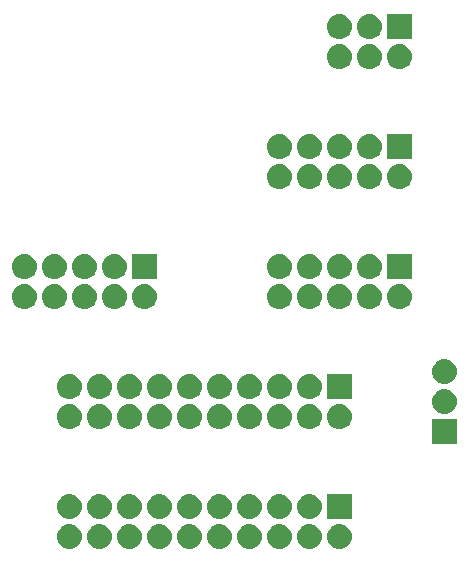
<source format=gbr>
G04 #@! TF.GenerationSoftware,KiCad,Pcbnew,5.0.2-bee76a0~70~ubuntu18.10.1*
G04 #@! TF.CreationDate,2018-12-21T17:56:49+01:00*
G04 #@! TF.ProjectId,jtag_adapter,6a746167-5f61-4646-9170-7465722e6b69,rev?*
G04 #@! TF.SameCoordinates,Original*
G04 #@! TF.FileFunction,Soldermask,Bot*
G04 #@! TF.FilePolarity,Negative*
%FSLAX46Y46*%
G04 Gerber Fmt 4.6, Leading zero omitted, Abs format (unit mm)*
G04 Created by KiCad (PCBNEW 5.0.2-bee76a0~70~ubuntu18.10.1) date Fri 21 Dec 2018 05:56:49 PM CET*
%MOMM*%
%LPD*%
G01*
G04 APERTURE LIST*
%ADD10C,0.100000*%
G04 APERTURE END LIST*
D10*
G36*
X129668707Y-109447596D02*
X129745836Y-109455193D01*
X129877787Y-109495220D01*
X129943763Y-109515233D01*
X130126172Y-109612733D01*
X130286054Y-109743946D01*
X130417267Y-109903828D01*
X130514767Y-110086237D01*
X130514767Y-110086238D01*
X130574807Y-110284164D01*
X130595080Y-110490000D01*
X130574807Y-110695836D01*
X130534780Y-110827787D01*
X130514767Y-110893763D01*
X130417267Y-111076172D01*
X130286054Y-111236054D01*
X130126172Y-111367267D01*
X129943763Y-111464767D01*
X129877787Y-111484780D01*
X129745836Y-111524807D01*
X129668707Y-111532404D01*
X129591580Y-111540000D01*
X129488420Y-111540000D01*
X129411293Y-111532404D01*
X129334164Y-111524807D01*
X129202213Y-111484780D01*
X129136237Y-111464767D01*
X128953828Y-111367267D01*
X128793946Y-111236054D01*
X128662733Y-111076172D01*
X128565233Y-110893763D01*
X128545220Y-110827787D01*
X128505193Y-110695836D01*
X128484920Y-110490000D01*
X128505193Y-110284164D01*
X128565233Y-110086238D01*
X128565233Y-110086237D01*
X128662733Y-109903828D01*
X128793946Y-109743946D01*
X128953828Y-109612733D01*
X129136237Y-109515233D01*
X129202213Y-109495220D01*
X129334164Y-109455193D01*
X129411293Y-109447596D01*
X129488420Y-109440000D01*
X129591580Y-109440000D01*
X129668707Y-109447596D01*
X129668707Y-109447596D01*
G37*
G36*
X132208707Y-109447596D02*
X132285836Y-109455193D01*
X132417787Y-109495220D01*
X132483763Y-109515233D01*
X132666172Y-109612733D01*
X132826054Y-109743946D01*
X132957267Y-109903828D01*
X133054767Y-110086237D01*
X133054767Y-110086238D01*
X133114807Y-110284164D01*
X133135080Y-110490000D01*
X133114807Y-110695836D01*
X133074780Y-110827787D01*
X133054767Y-110893763D01*
X132957267Y-111076172D01*
X132826054Y-111236054D01*
X132666172Y-111367267D01*
X132483763Y-111464767D01*
X132417787Y-111484780D01*
X132285836Y-111524807D01*
X132208707Y-111532404D01*
X132131580Y-111540000D01*
X132028420Y-111540000D01*
X131951293Y-111532404D01*
X131874164Y-111524807D01*
X131742213Y-111484780D01*
X131676237Y-111464767D01*
X131493828Y-111367267D01*
X131333946Y-111236054D01*
X131202733Y-111076172D01*
X131105233Y-110893763D01*
X131085220Y-110827787D01*
X131045193Y-110695836D01*
X131024920Y-110490000D01*
X131045193Y-110284164D01*
X131105233Y-110086238D01*
X131105233Y-110086237D01*
X131202733Y-109903828D01*
X131333946Y-109743946D01*
X131493828Y-109612733D01*
X131676237Y-109515233D01*
X131742213Y-109495220D01*
X131874164Y-109455193D01*
X131951293Y-109447596D01*
X132028420Y-109440000D01*
X132131580Y-109440000D01*
X132208707Y-109447596D01*
X132208707Y-109447596D01*
G37*
G36*
X134748707Y-109447596D02*
X134825836Y-109455193D01*
X134957787Y-109495220D01*
X135023763Y-109515233D01*
X135206172Y-109612733D01*
X135366054Y-109743946D01*
X135497267Y-109903828D01*
X135594767Y-110086237D01*
X135594767Y-110086238D01*
X135654807Y-110284164D01*
X135675080Y-110490000D01*
X135654807Y-110695836D01*
X135614780Y-110827787D01*
X135594767Y-110893763D01*
X135497267Y-111076172D01*
X135366054Y-111236054D01*
X135206172Y-111367267D01*
X135023763Y-111464767D01*
X134957787Y-111484780D01*
X134825836Y-111524807D01*
X134748707Y-111532404D01*
X134671580Y-111540000D01*
X134568420Y-111540000D01*
X134491293Y-111532404D01*
X134414164Y-111524807D01*
X134282213Y-111484780D01*
X134216237Y-111464767D01*
X134033828Y-111367267D01*
X133873946Y-111236054D01*
X133742733Y-111076172D01*
X133645233Y-110893763D01*
X133625220Y-110827787D01*
X133585193Y-110695836D01*
X133564920Y-110490000D01*
X133585193Y-110284164D01*
X133645233Y-110086238D01*
X133645233Y-110086237D01*
X133742733Y-109903828D01*
X133873946Y-109743946D01*
X134033828Y-109612733D01*
X134216237Y-109515233D01*
X134282213Y-109495220D01*
X134414164Y-109455193D01*
X134491293Y-109447596D01*
X134568420Y-109440000D01*
X134671580Y-109440000D01*
X134748707Y-109447596D01*
X134748707Y-109447596D01*
G37*
G36*
X137288707Y-109447596D02*
X137365836Y-109455193D01*
X137497787Y-109495220D01*
X137563763Y-109515233D01*
X137746172Y-109612733D01*
X137906054Y-109743946D01*
X138037267Y-109903828D01*
X138134767Y-110086237D01*
X138134767Y-110086238D01*
X138194807Y-110284164D01*
X138215080Y-110490000D01*
X138194807Y-110695836D01*
X138154780Y-110827787D01*
X138134767Y-110893763D01*
X138037267Y-111076172D01*
X137906054Y-111236054D01*
X137746172Y-111367267D01*
X137563763Y-111464767D01*
X137497787Y-111484780D01*
X137365836Y-111524807D01*
X137288707Y-111532404D01*
X137211580Y-111540000D01*
X137108420Y-111540000D01*
X137031293Y-111532404D01*
X136954164Y-111524807D01*
X136822213Y-111484780D01*
X136756237Y-111464767D01*
X136573828Y-111367267D01*
X136413946Y-111236054D01*
X136282733Y-111076172D01*
X136185233Y-110893763D01*
X136165220Y-110827787D01*
X136125193Y-110695836D01*
X136104920Y-110490000D01*
X136125193Y-110284164D01*
X136185233Y-110086238D01*
X136185233Y-110086237D01*
X136282733Y-109903828D01*
X136413946Y-109743946D01*
X136573828Y-109612733D01*
X136756237Y-109515233D01*
X136822213Y-109495220D01*
X136954164Y-109455193D01*
X137031293Y-109447596D01*
X137108420Y-109440000D01*
X137211580Y-109440000D01*
X137288707Y-109447596D01*
X137288707Y-109447596D01*
G37*
G36*
X139828707Y-109447596D02*
X139905836Y-109455193D01*
X140037787Y-109495220D01*
X140103763Y-109515233D01*
X140286172Y-109612733D01*
X140446054Y-109743946D01*
X140577267Y-109903828D01*
X140674767Y-110086237D01*
X140674767Y-110086238D01*
X140734807Y-110284164D01*
X140755080Y-110490000D01*
X140734807Y-110695836D01*
X140694780Y-110827787D01*
X140674767Y-110893763D01*
X140577267Y-111076172D01*
X140446054Y-111236054D01*
X140286172Y-111367267D01*
X140103763Y-111464767D01*
X140037787Y-111484780D01*
X139905836Y-111524807D01*
X139828707Y-111532404D01*
X139751580Y-111540000D01*
X139648420Y-111540000D01*
X139571293Y-111532404D01*
X139494164Y-111524807D01*
X139362213Y-111484780D01*
X139296237Y-111464767D01*
X139113828Y-111367267D01*
X138953946Y-111236054D01*
X138822733Y-111076172D01*
X138725233Y-110893763D01*
X138705220Y-110827787D01*
X138665193Y-110695836D01*
X138644920Y-110490000D01*
X138665193Y-110284164D01*
X138725233Y-110086238D01*
X138725233Y-110086237D01*
X138822733Y-109903828D01*
X138953946Y-109743946D01*
X139113828Y-109612733D01*
X139296237Y-109515233D01*
X139362213Y-109495220D01*
X139494164Y-109455193D01*
X139571293Y-109447596D01*
X139648420Y-109440000D01*
X139751580Y-109440000D01*
X139828707Y-109447596D01*
X139828707Y-109447596D01*
G37*
G36*
X142368707Y-109447596D02*
X142445836Y-109455193D01*
X142577787Y-109495220D01*
X142643763Y-109515233D01*
X142826172Y-109612733D01*
X142986054Y-109743946D01*
X143117267Y-109903828D01*
X143214767Y-110086237D01*
X143214767Y-110086238D01*
X143274807Y-110284164D01*
X143295080Y-110490000D01*
X143274807Y-110695836D01*
X143234780Y-110827787D01*
X143214767Y-110893763D01*
X143117267Y-111076172D01*
X142986054Y-111236054D01*
X142826172Y-111367267D01*
X142643763Y-111464767D01*
X142577787Y-111484780D01*
X142445836Y-111524807D01*
X142368707Y-111532404D01*
X142291580Y-111540000D01*
X142188420Y-111540000D01*
X142111293Y-111532404D01*
X142034164Y-111524807D01*
X141902213Y-111484780D01*
X141836237Y-111464767D01*
X141653828Y-111367267D01*
X141493946Y-111236054D01*
X141362733Y-111076172D01*
X141265233Y-110893763D01*
X141245220Y-110827787D01*
X141205193Y-110695836D01*
X141184920Y-110490000D01*
X141205193Y-110284164D01*
X141265233Y-110086238D01*
X141265233Y-110086237D01*
X141362733Y-109903828D01*
X141493946Y-109743946D01*
X141653828Y-109612733D01*
X141836237Y-109515233D01*
X141902213Y-109495220D01*
X142034164Y-109455193D01*
X142111293Y-109447596D01*
X142188420Y-109440000D01*
X142291580Y-109440000D01*
X142368707Y-109447596D01*
X142368707Y-109447596D01*
G37*
G36*
X144908707Y-109447596D02*
X144985836Y-109455193D01*
X145117787Y-109495220D01*
X145183763Y-109515233D01*
X145366172Y-109612733D01*
X145526054Y-109743946D01*
X145657267Y-109903828D01*
X145754767Y-110086237D01*
X145754767Y-110086238D01*
X145814807Y-110284164D01*
X145835080Y-110490000D01*
X145814807Y-110695836D01*
X145774780Y-110827787D01*
X145754767Y-110893763D01*
X145657267Y-111076172D01*
X145526054Y-111236054D01*
X145366172Y-111367267D01*
X145183763Y-111464767D01*
X145117787Y-111484780D01*
X144985836Y-111524807D01*
X144908707Y-111532404D01*
X144831580Y-111540000D01*
X144728420Y-111540000D01*
X144651293Y-111532404D01*
X144574164Y-111524807D01*
X144442213Y-111484780D01*
X144376237Y-111464767D01*
X144193828Y-111367267D01*
X144033946Y-111236054D01*
X143902733Y-111076172D01*
X143805233Y-110893763D01*
X143785220Y-110827787D01*
X143745193Y-110695836D01*
X143724920Y-110490000D01*
X143745193Y-110284164D01*
X143805233Y-110086238D01*
X143805233Y-110086237D01*
X143902733Y-109903828D01*
X144033946Y-109743946D01*
X144193828Y-109612733D01*
X144376237Y-109515233D01*
X144442213Y-109495220D01*
X144574164Y-109455193D01*
X144651293Y-109447596D01*
X144728420Y-109440000D01*
X144831580Y-109440000D01*
X144908707Y-109447596D01*
X144908707Y-109447596D01*
G37*
G36*
X147448707Y-109447596D02*
X147525836Y-109455193D01*
X147657787Y-109495220D01*
X147723763Y-109515233D01*
X147906172Y-109612733D01*
X148066054Y-109743946D01*
X148197267Y-109903828D01*
X148294767Y-110086237D01*
X148294767Y-110086238D01*
X148354807Y-110284164D01*
X148375080Y-110490000D01*
X148354807Y-110695836D01*
X148314780Y-110827787D01*
X148294767Y-110893763D01*
X148197267Y-111076172D01*
X148066054Y-111236054D01*
X147906172Y-111367267D01*
X147723763Y-111464767D01*
X147657787Y-111484780D01*
X147525836Y-111524807D01*
X147448707Y-111532404D01*
X147371580Y-111540000D01*
X147268420Y-111540000D01*
X147191293Y-111532404D01*
X147114164Y-111524807D01*
X146982213Y-111484780D01*
X146916237Y-111464767D01*
X146733828Y-111367267D01*
X146573946Y-111236054D01*
X146442733Y-111076172D01*
X146345233Y-110893763D01*
X146325220Y-110827787D01*
X146285193Y-110695836D01*
X146264920Y-110490000D01*
X146285193Y-110284164D01*
X146345233Y-110086238D01*
X146345233Y-110086237D01*
X146442733Y-109903828D01*
X146573946Y-109743946D01*
X146733828Y-109612733D01*
X146916237Y-109515233D01*
X146982213Y-109495220D01*
X147114164Y-109455193D01*
X147191293Y-109447596D01*
X147268420Y-109440000D01*
X147371580Y-109440000D01*
X147448707Y-109447596D01*
X147448707Y-109447596D01*
G37*
G36*
X152528707Y-109447596D02*
X152605836Y-109455193D01*
X152737787Y-109495220D01*
X152803763Y-109515233D01*
X152986172Y-109612733D01*
X153146054Y-109743946D01*
X153277267Y-109903828D01*
X153374767Y-110086237D01*
X153374767Y-110086238D01*
X153434807Y-110284164D01*
X153455080Y-110490000D01*
X153434807Y-110695836D01*
X153394780Y-110827787D01*
X153374767Y-110893763D01*
X153277267Y-111076172D01*
X153146054Y-111236054D01*
X152986172Y-111367267D01*
X152803763Y-111464767D01*
X152737787Y-111484780D01*
X152605836Y-111524807D01*
X152528707Y-111532404D01*
X152451580Y-111540000D01*
X152348420Y-111540000D01*
X152271293Y-111532404D01*
X152194164Y-111524807D01*
X152062213Y-111484780D01*
X151996237Y-111464767D01*
X151813828Y-111367267D01*
X151653946Y-111236054D01*
X151522733Y-111076172D01*
X151425233Y-110893763D01*
X151405220Y-110827787D01*
X151365193Y-110695836D01*
X151344920Y-110490000D01*
X151365193Y-110284164D01*
X151425233Y-110086238D01*
X151425233Y-110086237D01*
X151522733Y-109903828D01*
X151653946Y-109743946D01*
X151813828Y-109612733D01*
X151996237Y-109515233D01*
X152062213Y-109495220D01*
X152194164Y-109455193D01*
X152271293Y-109447596D01*
X152348420Y-109440000D01*
X152451580Y-109440000D01*
X152528707Y-109447596D01*
X152528707Y-109447596D01*
G37*
G36*
X149988707Y-109447596D02*
X150065836Y-109455193D01*
X150197787Y-109495220D01*
X150263763Y-109515233D01*
X150446172Y-109612733D01*
X150606054Y-109743946D01*
X150737267Y-109903828D01*
X150834767Y-110086237D01*
X150834767Y-110086238D01*
X150894807Y-110284164D01*
X150915080Y-110490000D01*
X150894807Y-110695836D01*
X150854780Y-110827787D01*
X150834767Y-110893763D01*
X150737267Y-111076172D01*
X150606054Y-111236054D01*
X150446172Y-111367267D01*
X150263763Y-111464767D01*
X150197787Y-111484780D01*
X150065836Y-111524807D01*
X149988707Y-111532404D01*
X149911580Y-111540000D01*
X149808420Y-111540000D01*
X149731293Y-111532404D01*
X149654164Y-111524807D01*
X149522213Y-111484780D01*
X149456237Y-111464767D01*
X149273828Y-111367267D01*
X149113946Y-111236054D01*
X148982733Y-111076172D01*
X148885233Y-110893763D01*
X148865220Y-110827787D01*
X148825193Y-110695836D01*
X148804920Y-110490000D01*
X148825193Y-110284164D01*
X148885233Y-110086238D01*
X148885233Y-110086237D01*
X148982733Y-109903828D01*
X149113946Y-109743946D01*
X149273828Y-109612733D01*
X149456237Y-109515233D01*
X149522213Y-109495220D01*
X149654164Y-109455193D01*
X149731293Y-109447596D01*
X149808420Y-109440000D01*
X149911580Y-109440000D01*
X149988707Y-109447596D01*
X149988707Y-109447596D01*
G37*
G36*
X132208707Y-106907596D02*
X132285836Y-106915193D01*
X132417787Y-106955220D01*
X132483763Y-106975233D01*
X132666172Y-107072733D01*
X132826054Y-107203946D01*
X132957267Y-107363828D01*
X133054767Y-107546237D01*
X133054767Y-107546238D01*
X133114807Y-107744164D01*
X133135080Y-107950000D01*
X133114807Y-108155836D01*
X133074780Y-108287787D01*
X133054767Y-108353763D01*
X132957267Y-108536172D01*
X132826054Y-108696054D01*
X132666172Y-108827267D01*
X132483763Y-108924767D01*
X132417787Y-108944780D01*
X132285836Y-108984807D01*
X132208707Y-108992403D01*
X132131580Y-109000000D01*
X132028420Y-109000000D01*
X131951293Y-108992403D01*
X131874164Y-108984807D01*
X131742213Y-108944780D01*
X131676237Y-108924767D01*
X131493828Y-108827267D01*
X131333946Y-108696054D01*
X131202733Y-108536172D01*
X131105233Y-108353763D01*
X131085220Y-108287787D01*
X131045193Y-108155836D01*
X131024920Y-107950000D01*
X131045193Y-107744164D01*
X131105233Y-107546238D01*
X131105233Y-107546237D01*
X131202733Y-107363828D01*
X131333946Y-107203946D01*
X131493828Y-107072733D01*
X131676237Y-106975233D01*
X131742213Y-106955220D01*
X131874164Y-106915193D01*
X131951293Y-106907596D01*
X132028420Y-106900000D01*
X132131580Y-106900000D01*
X132208707Y-106907596D01*
X132208707Y-106907596D01*
G37*
G36*
X129668707Y-106907596D02*
X129745836Y-106915193D01*
X129877787Y-106955220D01*
X129943763Y-106975233D01*
X130126172Y-107072733D01*
X130286054Y-107203946D01*
X130417267Y-107363828D01*
X130514767Y-107546237D01*
X130514767Y-107546238D01*
X130574807Y-107744164D01*
X130595080Y-107950000D01*
X130574807Y-108155836D01*
X130534780Y-108287787D01*
X130514767Y-108353763D01*
X130417267Y-108536172D01*
X130286054Y-108696054D01*
X130126172Y-108827267D01*
X129943763Y-108924767D01*
X129877787Y-108944780D01*
X129745836Y-108984807D01*
X129668707Y-108992403D01*
X129591580Y-109000000D01*
X129488420Y-109000000D01*
X129411293Y-108992403D01*
X129334164Y-108984807D01*
X129202213Y-108944780D01*
X129136237Y-108924767D01*
X128953828Y-108827267D01*
X128793946Y-108696054D01*
X128662733Y-108536172D01*
X128565233Y-108353763D01*
X128545220Y-108287787D01*
X128505193Y-108155836D01*
X128484920Y-107950000D01*
X128505193Y-107744164D01*
X128565233Y-107546238D01*
X128565233Y-107546237D01*
X128662733Y-107363828D01*
X128793946Y-107203946D01*
X128953828Y-107072733D01*
X129136237Y-106975233D01*
X129202213Y-106955220D01*
X129334164Y-106915193D01*
X129411293Y-106907596D01*
X129488420Y-106900000D01*
X129591580Y-106900000D01*
X129668707Y-106907596D01*
X129668707Y-106907596D01*
G37*
G36*
X134748707Y-106907596D02*
X134825836Y-106915193D01*
X134957787Y-106955220D01*
X135023763Y-106975233D01*
X135206172Y-107072733D01*
X135366054Y-107203946D01*
X135497267Y-107363828D01*
X135594767Y-107546237D01*
X135594767Y-107546238D01*
X135654807Y-107744164D01*
X135675080Y-107950000D01*
X135654807Y-108155836D01*
X135614780Y-108287787D01*
X135594767Y-108353763D01*
X135497267Y-108536172D01*
X135366054Y-108696054D01*
X135206172Y-108827267D01*
X135023763Y-108924767D01*
X134957787Y-108944780D01*
X134825836Y-108984807D01*
X134748707Y-108992403D01*
X134671580Y-109000000D01*
X134568420Y-109000000D01*
X134491293Y-108992403D01*
X134414164Y-108984807D01*
X134282213Y-108944780D01*
X134216237Y-108924767D01*
X134033828Y-108827267D01*
X133873946Y-108696054D01*
X133742733Y-108536172D01*
X133645233Y-108353763D01*
X133625220Y-108287787D01*
X133585193Y-108155836D01*
X133564920Y-107950000D01*
X133585193Y-107744164D01*
X133645233Y-107546238D01*
X133645233Y-107546237D01*
X133742733Y-107363828D01*
X133873946Y-107203946D01*
X134033828Y-107072733D01*
X134216237Y-106975233D01*
X134282213Y-106955220D01*
X134414164Y-106915193D01*
X134491293Y-106907596D01*
X134568420Y-106900000D01*
X134671580Y-106900000D01*
X134748707Y-106907596D01*
X134748707Y-106907596D01*
G37*
G36*
X137288707Y-106907596D02*
X137365836Y-106915193D01*
X137497787Y-106955220D01*
X137563763Y-106975233D01*
X137746172Y-107072733D01*
X137906054Y-107203946D01*
X138037267Y-107363828D01*
X138134767Y-107546237D01*
X138134767Y-107546238D01*
X138194807Y-107744164D01*
X138215080Y-107950000D01*
X138194807Y-108155836D01*
X138154780Y-108287787D01*
X138134767Y-108353763D01*
X138037267Y-108536172D01*
X137906054Y-108696054D01*
X137746172Y-108827267D01*
X137563763Y-108924767D01*
X137497787Y-108944780D01*
X137365836Y-108984807D01*
X137288707Y-108992403D01*
X137211580Y-109000000D01*
X137108420Y-109000000D01*
X137031293Y-108992403D01*
X136954164Y-108984807D01*
X136822213Y-108944780D01*
X136756237Y-108924767D01*
X136573828Y-108827267D01*
X136413946Y-108696054D01*
X136282733Y-108536172D01*
X136185233Y-108353763D01*
X136165220Y-108287787D01*
X136125193Y-108155836D01*
X136104920Y-107950000D01*
X136125193Y-107744164D01*
X136185233Y-107546238D01*
X136185233Y-107546237D01*
X136282733Y-107363828D01*
X136413946Y-107203946D01*
X136573828Y-107072733D01*
X136756237Y-106975233D01*
X136822213Y-106955220D01*
X136954164Y-106915193D01*
X137031293Y-106907596D01*
X137108420Y-106900000D01*
X137211580Y-106900000D01*
X137288707Y-106907596D01*
X137288707Y-106907596D01*
G37*
G36*
X139828707Y-106907596D02*
X139905836Y-106915193D01*
X140037787Y-106955220D01*
X140103763Y-106975233D01*
X140286172Y-107072733D01*
X140446054Y-107203946D01*
X140577267Y-107363828D01*
X140674767Y-107546237D01*
X140674767Y-107546238D01*
X140734807Y-107744164D01*
X140755080Y-107950000D01*
X140734807Y-108155836D01*
X140694780Y-108287787D01*
X140674767Y-108353763D01*
X140577267Y-108536172D01*
X140446054Y-108696054D01*
X140286172Y-108827267D01*
X140103763Y-108924767D01*
X140037787Y-108944780D01*
X139905836Y-108984807D01*
X139828707Y-108992403D01*
X139751580Y-109000000D01*
X139648420Y-109000000D01*
X139571293Y-108992403D01*
X139494164Y-108984807D01*
X139362213Y-108944780D01*
X139296237Y-108924767D01*
X139113828Y-108827267D01*
X138953946Y-108696054D01*
X138822733Y-108536172D01*
X138725233Y-108353763D01*
X138705220Y-108287787D01*
X138665193Y-108155836D01*
X138644920Y-107950000D01*
X138665193Y-107744164D01*
X138725233Y-107546238D01*
X138725233Y-107546237D01*
X138822733Y-107363828D01*
X138953946Y-107203946D01*
X139113828Y-107072733D01*
X139296237Y-106975233D01*
X139362213Y-106955220D01*
X139494164Y-106915193D01*
X139571293Y-106907596D01*
X139648420Y-106900000D01*
X139751580Y-106900000D01*
X139828707Y-106907596D01*
X139828707Y-106907596D01*
G37*
G36*
X144908707Y-106907596D02*
X144985836Y-106915193D01*
X145117787Y-106955220D01*
X145183763Y-106975233D01*
X145366172Y-107072733D01*
X145526054Y-107203946D01*
X145657267Y-107363828D01*
X145754767Y-107546237D01*
X145754767Y-107546238D01*
X145814807Y-107744164D01*
X145835080Y-107950000D01*
X145814807Y-108155836D01*
X145774780Y-108287787D01*
X145754767Y-108353763D01*
X145657267Y-108536172D01*
X145526054Y-108696054D01*
X145366172Y-108827267D01*
X145183763Y-108924767D01*
X145117787Y-108944780D01*
X144985836Y-108984807D01*
X144908707Y-108992403D01*
X144831580Y-109000000D01*
X144728420Y-109000000D01*
X144651293Y-108992403D01*
X144574164Y-108984807D01*
X144442213Y-108944780D01*
X144376237Y-108924767D01*
X144193828Y-108827267D01*
X144033946Y-108696054D01*
X143902733Y-108536172D01*
X143805233Y-108353763D01*
X143785220Y-108287787D01*
X143745193Y-108155836D01*
X143724920Y-107950000D01*
X143745193Y-107744164D01*
X143805233Y-107546238D01*
X143805233Y-107546237D01*
X143902733Y-107363828D01*
X144033946Y-107203946D01*
X144193828Y-107072733D01*
X144376237Y-106975233D01*
X144442213Y-106955220D01*
X144574164Y-106915193D01*
X144651293Y-106907596D01*
X144728420Y-106900000D01*
X144831580Y-106900000D01*
X144908707Y-106907596D01*
X144908707Y-106907596D01*
G37*
G36*
X149988707Y-106907596D02*
X150065836Y-106915193D01*
X150197787Y-106955220D01*
X150263763Y-106975233D01*
X150446172Y-107072733D01*
X150606054Y-107203946D01*
X150737267Y-107363828D01*
X150834767Y-107546237D01*
X150834767Y-107546238D01*
X150894807Y-107744164D01*
X150915080Y-107950000D01*
X150894807Y-108155836D01*
X150854780Y-108287787D01*
X150834767Y-108353763D01*
X150737267Y-108536172D01*
X150606054Y-108696054D01*
X150446172Y-108827267D01*
X150263763Y-108924767D01*
X150197787Y-108944780D01*
X150065836Y-108984807D01*
X149988707Y-108992403D01*
X149911580Y-109000000D01*
X149808420Y-109000000D01*
X149731293Y-108992403D01*
X149654164Y-108984807D01*
X149522213Y-108944780D01*
X149456237Y-108924767D01*
X149273828Y-108827267D01*
X149113946Y-108696054D01*
X148982733Y-108536172D01*
X148885233Y-108353763D01*
X148865220Y-108287787D01*
X148825193Y-108155836D01*
X148804920Y-107950000D01*
X148825193Y-107744164D01*
X148885233Y-107546238D01*
X148885233Y-107546237D01*
X148982733Y-107363828D01*
X149113946Y-107203946D01*
X149273828Y-107072733D01*
X149456237Y-106975233D01*
X149522213Y-106955220D01*
X149654164Y-106915193D01*
X149731293Y-106907596D01*
X149808420Y-106900000D01*
X149911580Y-106900000D01*
X149988707Y-106907596D01*
X149988707Y-106907596D01*
G37*
G36*
X153450000Y-109000000D02*
X151350000Y-109000000D01*
X151350000Y-106900000D01*
X153450000Y-106900000D01*
X153450000Y-109000000D01*
X153450000Y-109000000D01*
G37*
G36*
X147448707Y-106907596D02*
X147525836Y-106915193D01*
X147657787Y-106955220D01*
X147723763Y-106975233D01*
X147906172Y-107072733D01*
X148066054Y-107203946D01*
X148197267Y-107363828D01*
X148294767Y-107546237D01*
X148294767Y-107546238D01*
X148354807Y-107744164D01*
X148375080Y-107950000D01*
X148354807Y-108155836D01*
X148314780Y-108287787D01*
X148294767Y-108353763D01*
X148197267Y-108536172D01*
X148066054Y-108696054D01*
X147906172Y-108827267D01*
X147723763Y-108924767D01*
X147657787Y-108944780D01*
X147525836Y-108984807D01*
X147448707Y-108992403D01*
X147371580Y-109000000D01*
X147268420Y-109000000D01*
X147191293Y-108992403D01*
X147114164Y-108984807D01*
X146982213Y-108944780D01*
X146916237Y-108924767D01*
X146733828Y-108827267D01*
X146573946Y-108696054D01*
X146442733Y-108536172D01*
X146345233Y-108353763D01*
X146325220Y-108287787D01*
X146285193Y-108155836D01*
X146264920Y-107950000D01*
X146285193Y-107744164D01*
X146345233Y-107546238D01*
X146345233Y-107546237D01*
X146442733Y-107363828D01*
X146573946Y-107203946D01*
X146733828Y-107072733D01*
X146916237Y-106975233D01*
X146982213Y-106955220D01*
X147114164Y-106915193D01*
X147191293Y-106907596D01*
X147268420Y-106900000D01*
X147371580Y-106900000D01*
X147448707Y-106907596D01*
X147448707Y-106907596D01*
G37*
G36*
X142368707Y-106907596D02*
X142445836Y-106915193D01*
X142577787Y-106955220D01*
X142643763Y-106975233D01*
X142826172Y-107072733D01*
X142986054Y-107203946D01*
X143117267Y-107363828D01*
X143214767Y-107546237D01*
X143214767Y-107546238D01*
X143274807Y-107744164D01*
X143295080Y-107950000D01*
X143274807Y-108155836D01*
X143234780Y-108287787D01*
X143214767Y-108353763D01*
X143117267Y-108536172D01*
X142986054Y-108696054D01*
X142826172Y-108827267D01*
X142643763Y-108924767D01*
X142577787Y-108944780D01*
X142445836Y-108984807D01*
X142368707Y-108992403D01*
X142291580Y-109000000D01*
X142188420Y-109000000D01*
X142111293Y-108992403D01*
X142034164Y-108984807D01*
X141902213Y-108944780D01*
X141836237Y-108924767D01*
X141653828Y-108827267D01*
X141493946Y-108696054D01*
X141362733Y-108536172D01*
X141265233Y-108353763D01*
X141245220Y-108287787D01*
X141205193Y-108155836D01*
X141184920Y-107950000D01*
X141205193Y-107744164D01*
X141265233Y-107546238D01*
X141265233Y-107546237D01*
X141362733Y-107363828D01*
X141493946Y-107203946D01*
X141653828Y-107072733D01*
X141836237Y-106975233D01*
X141902213Y-106955220D01*
X142034164Y-106915193D01*
X142111293Y-106907596D01*
X142188420Y-106900000D01*
X142291580Y-106900000D01*
X142368707Y-106907596D01*
X142368707Y-106907596D01*
G37*
G36*
X162340000Y-102650000D02*
X160240000Y-102650000D01*
X160240000Y-100550000D01*
X162340000Y-100550000D01*
X162340000Y-102650000D01*
X162340000Y-102650000D01*
G37*
G36*
X152608503Y-99281789D02*
X152808991Y-99342607D01*
X152993764Y-99441369D01*
X153155718Y-99574282D01*
X153288631Y-99736236D01*
X153387393Y-99921009D01*
X153448211Y-100121497D01*
X153468746Y-100330000D01*
X153448211Y-100538503D01*
X153387393Y-100738991D01*
X153288631Y-100923764D01*
X153155718Y-101085718D01*
X152993764Y-101218631D01*
X152808991Y-101317393D01*
X152608503Y-101378211D01*
X152452251Y-101393600D01*
X152347749Y-101393600D01*
X152191497Y-101378211D01*
X151991009Y-101317393D01*
X151806236Y-101218631D01*
X151644282Y-101085718D01*
X151511369Y-100923764D01*
X151412607Y-100738991D01*
X151351789Y-100538503D01*
X151331254Y-100330000D01*
X151351789Y-100121497D01*
X151412607Y-99921009D01*
X151511369Y-99736236D01*
X151644282Y-99574282D01*
X151806236Y-99441369D01*
X151991009Y-99342607D01*
X152191497Y-99281789D01*
X152347749Y-99266400D01*
X152452251Y-99266400D01*
X152608503Y-99281789D01*
X152608503Y-99281789D01*
G37*
G36*
X129748503Y-99281789D02*
X129948991Y-99342607D01*
X130133764Y-99441369D01*
X130295718Y-99574282D01*
X130428631Y-99736236D01*
X130527393Y-99921009D01*
X130588211Y-100121497D01*
X130608746Y-100330000D01*
X130588211Y-100538503D01*
X130527393Y-100738991D01*
X130428631Y-100923764D01*
X130295718Y-101085718D01*
X130133764Y-101218631D01*
X129948991Y-101317393D01*
X129748503Y-101378211D01*
X129592251Y-101393600D01*
X129487749Y-101393600D01*
X129331497Y-101378211D01*
X129131009Y-101317393D01*
X128946236Y-101218631D01*
X128784282Y-101085718D01*
X128651369Y-100923764D01*
X128552607Y-100738991D01*
X128491789Y-100538503D01*
X128471254Y-100330000D01*
X128491789Y-100121497D01*
X128552607Y-99921009D01*
X128651369Y-99736236D01*
X128784282Y-99574282D01*
X128946236Y-99441369D01*
X129131009Y-99342607D01*
X129331497Y-99281789D01*
X129487749Y-99266400D01*
X129592251Y-99266400D01*
X129748503Y-99281789D01*
X129748503Y-99281789D01*
G37*
G36*
X132288503Y-99281789D02*
X132488991Y-99342607D01*
X132673764Y-99441369D01*
X132835718Y-99574282D01*
X132968631Y-99736236D01*
X133067393Y-99921009D01*
X133128211Y-100121497D01*
X133148746Y-100330000D01*
X133128211Y-100538503D01*
X133067393Y-100738991D01*
X132968631Y-100923764D01*
X132835718Y-101085718D01*
X132673764Y-101218631D01*
X132488991Y-101317393D01*
X132288503Y-101378211D01*
X132132251Y-101393600D01*
X132027749Y-101393600D01*
X131871497Y-101378211D01*
X131671009Y-101317393D01*
X131486236Y-101218631D01*
X131324282Y-101085718D01*
X131191369Y-100923764D01*
X131092607Y-100738991D01*
X131031789Y-100538503D01*
X131011254Y-100330000D01*
X131031789Y-100121497D01*
X131092607Y-99921009D01*
X131191369Y-99736236D01*
X131324282Y-99574282D01*
X131486236Y-99441369D01*
X131671009Y-99342607D01*
X131871497Y-99281789D01*
X132027749Y-99266400D01*
X132132251Y-99266400D01*
X132288503Y-99281789D01*
X132288503Y-99281789D01*
G37*
G36*
X134828503Y-99281789D02*
X135028991Y-99342607D01*
X135213764Y-99441369D01*
X135375718Y-99574282D01*
X135508631Y-99736236D01*
X135607393Y-99921009D01*
X135668211Y-100121497D01*
X135688746Y-100330000D01*
X135668211Y-100538503D01*
X135607393Y-100738991D01*
X135508631Y-100923764D01*
X135375718Y-101085718D01*
X135213764Y-101218631D01*
X135028991Y-101317393D01*
X134828503Y-101378211D01*
X134672251Y-101393600D01*
X134567749Y-101393600D01*
X134411497Y-101378211D01*
X134211009Y-101317393D01*
X134026236Y-101218631D01*
X133864282Y-101085718D01*
X133731369Y-100923764D01*
X133632607Y-100738991D01*
X133571789Y-100538503D01*
X133551254Y-100330000D01*
X133571789Y-100121497D01*
X133632607Y-99921009D01*
X133731369Y-99736236D01*
X133864282Y-99574282D01*
X134026236Y-99441369D01*
X134211009Y-99342607D01*
X134411497Y-99281789D01*
X134567749Y-99266400D01*
X134672251Y-99266400D01*
X134828503Y-99281789D01*
X134828503Y-99281789D01*
G37*
G36*
X137368503Y-99281789D02*
X137568991Y-99342607D01*
X137753764Y-99441369D01*
X137915718Y-99574282D01*
X138048631Y-99736236D01*
X138147393Y-99921009D01*
X138208211Y-100121497D01*
X138228746Y-100330000D01*
X138208211Y-100538503D01*
X138147393Y-100738991D01*
X138048631Y-100923764D01*
X137915718Y-101085718D01*
X137753764Y-101218631D01*
X137568991Y-101317393D01*
X137368503Y-101378211D01*
X137212251Y-101393600D01*
X137107749Y-101393600D01*
X136951497Y-101378211D01*
X136751009Y-101317393D01*
X136566236Y-101218631D01*
X136404282Y-101085718D01*
X136271369Y-100923764D01*
X136172607Y-100738991D01*
X136111789Y-100538503D01*
X136091254Y-100330000D01*
X136111789Y-100121497D01*
X136172607Y-99921009D01*
X136271369Y-99736236D01*
X136404282Y-99574282D01*
X136566236Y-99441369D01*
X136751009Y-99342607D01*
X136951497Y-99281789D01*
X137107749Y-99266400D01*
X137212251Y-99266400D01*
X137368503Y-99281789D01*
X137368503Y-99281789D01*
G37*
G36*
X139908503Y-99281789D02*
X140108991Y-99342607D01*
X140293764Y-99441369D01*
X140455718Y-99574282D01*
X140588631Y-99736236D01*
X140687393Y-99921009D01*
X140748211Y-100121497D01*
X140768746Y-100330000D01*
X140748211Y-100538503D01*
X140687393Y-100738991D01*
X140588631Y-100923764D01*
X140455718Y-101085718D01*
X140293764Y-101218631D01*
X140108991Y-101317393D01*
X139908503Y-101378211D01*
X139752251Y-101393600D01*
X139647749Y-101393600D01*
X139491497Y-101378211D01*
X139291009Y-101317393D01*
X139106236Y-101218631D01*
X138944282Y-101085718D01*
X138811369Y-100923764D01*
X138712607Y-100738991D01*
X138651789Y-100538503D01*
X138631254Y-100330000D01*
X138651789Y-100121497D01*
X138712607Y-99921009D01*
X138811369Y-99736236D01*
X138944282Y-99574282D01*
X139106236Y-99441369D01*
X139291009Y-99342607D01*
X139491497Y-99281789D01*
X139647749Y-99266400D01*
X139752251Y-99266400D01*
X139908503Y-99281789D01*
X139908503Y-99281789D01*
G37*
G36*
X142448503Y-99281789D02*
X142648991Y-99342607D01*
X142833764Y-99441369D01*
X142995718Y-99574282D01*
X143128631Y-99736236D01*
X143227393Y-99921009D01*
X143288211Y-100121497D01*
X143308746Y-100330000D01*
X143288211Y-100538503D01*
X143227393Y-100738991D01*
X143128631Y-100923764D01*
X142995718Y-101085718D01*
X142833764Y-101218631D01*
X142648991Y-101317393D01*
X142448503Y-101378211D01*
X142292251Y-101393600D01*
X142187749Y-101393600D01*
X142031497Y-101378211D01*
X141831009Y-101317393D01*
X141646236Y-101218631D01*
X141484282Y-101085718D01*
X141351369Y-100923764D01*
X141252607Y-100738991D01*
X141191789Y-100538503D01*
X141171254Y-100330000D01*
X141191789Y-100121497D01*
X141252607Y-99921009D01*
X141351369Y-99736236D01*
X141484282Y-99574282D01*
X141646236Y-99441369D01*
X141831009Y-99342607D01*
X142031497Y-99281789D01*
X142187749Y-99266400D01*
X142292251Y-99266400D01*
X142448503Y-99281789D01*
X142448503Y-99281789D01*
G37*
G36*
X150068503Y-99281789D02*
X150268991Y-99342607D01*
X150453764Y-99441369D01*
X150615718Y-99574282D01*
X150748631Y-99736236D01*
X150847393Y-99921009D01*
X150908211Y-100121497D01*
X150928746Y-100330000D01*
X150908211Y-100538503D01*
X150847393Y-100738991D01*
X150748631Y-100923764D01*
X150615718Y-101085718D01*
X150453764Y-101218631D01*
X150268991Y-101317393D01*
X150068503Y-101378211D01*
X149912251Y-101393600D01*
X149807749Y-101393600D01*
X149651497Y-101378211D01*
X149451009Y-101317393D01*
X149266236Y-101218631D01*
X149104282Y-101085718D01*
X148971369Y-100923764D01*
X148872607Y-100738991D01*
X148811789Y-100538503D01*
X148791254Y-100330000D01*
X148811789Y-100121497D01*
X148872607Y-99921009D01*
X148971369Y-99736236D01*
X149104282Y-99574282D01*
X149266236Y-99441369D01*
X149451009Y-99342607D01*
X149651497Y-99281789D01*
X149807749Y-99266400D01*
X149912251Y-99266400D01*
X150068503Y-99281789D01*
X150068503Y-99281789D01*
G37*
G36*
X144988503Y-99281789D02*
X145188991Y-99342607D01*
X145373764Y-99441369D01*
X145535718Y-99574282D01*
X145668631Y-99736236D01*
X145767393Y-99921009D01*
X145828211Y-100121497D01*
X145848746Y-100330000D01*
X145828211Y-100538503D01*
X145767393Y-100738991D01*
X145668631Y-100923764D01*
X145535718Y-101085718D01*
X145373764Y-101218631D01*
X145188991Y-101317393D01*
X144988503Y-101378211D01*
X144832251Y-101393600D01*
X144727749Y-101393600D01*
X144571497Y-101378211D01*
X144371009Y-101317393D01*
X144186236Y-101218631D01*
X144024282Y-101085718D01*
X143891369Y-100923764D01*
X143792607Y-100738991D01*
X143731789Y-100538503D01*
X143711254Y-100330000D01*
X143731789Y-100121497D01*
X143792607Y-99921009D01*
X143891369Y-99736236D01*
X144024282Y-99574282D01*
X144186236Y-99441369D01*
X144371009Y-99342607D01*
X144571497Y-99281789D01*
X144727749Y-99266400D01*
X144832251Y-99266400D01*
X144988503Y-99281789D01*
X144988503Y-99281789D01*
G37*
G36*
X147528503Y-99281789D02*
X147728991Y-99342607D01*
X147913764Y-99441369D01*
X148075718Y-99574282D01*
X148208631Y-99736236D01*
X148307393Y-99921009D01*
X148368211Y-100121497D01*
X148388746Y-100330000D01*
X148368211Y-100538503D01*
X148307393Y-100738991D01*
X148208631Y-100923764D01*
X148075718Y-101085718D01*
X147913764Y-101218631D01*
X147728991Y-101317393D01*
X147528503Y-101378211D01*
X147372251Y-101393600D01*
X147267749Y-101393600D01*
X147111497Y-101378211D01*
X146911009Y-101317393D01*
X146726236Y-101218631D01*
X146564282Y-101085718D01*
X146431369Y-100923764D01*
X146332607Y-100738991D01*
X146271789Y-100538503D01*
X146251254Y-100330000D01*
X146271789Y-100121497D01*
X146332607Y-99921009D01*
X146431369Y-99736236D01*
X146564282Y-99574282D01*
X146726236Y-99441369D01*
X146911009Y-99342607D01*
X147111497Y-99281789D01*
X147267749Y-99266400D01*
X147372251Y-99266400D01*
X147528503Y-99281789D01*
X147528503Y-99281789D01*
G37*
G36*
X161418707Y-98017596D02*
X161495836Y-98025193D01*
X161627787Y-98065220D01*
X161693763Y-98085233D01*
X161876172Y-98182733D01*
X162036054Y-98313946D01*
X162167267Y-98473828D01*
X162264767Y-98656237D01*
X162264767Y-98656238D01*
X162324807Y-98854164D01*
X162345080Y-99060000D01*
X162324807Y-99265836D01*
X162319967Y-99281790D01*
X162264767Y-99463763D01*
X162167267Y-99646172D01*
X162036054Y-99806054D01*
X161876172Y-99937267D01*
X161693763Y-100034767D01*
X161627787Y-100054780D01*
X161495836Y-100094807D01*
X161418707Y-100102403D01*
X161341580Y-100110000D01*
X161238420Y-100110000D01*
X161161293Y-100102403D01*
X161084164Y-100094807D01*
X160952213Y-100054780D01*
X160886237Y-100034767D01*
X160703828Y-99937267D01*
X160543946Y-99806054D01*
X160412733Y-99646172D01*
X160315233Y-99463763D01*
X160260033Y-99281790D01*
X160255193Y-99265836D01*
X160234920Y-99060000D01*
X160255193Y-98854164D01*
X160315233Y-98656238D01*
X160315233Y-98656237D01*
X160412733Y-98473828D01*
X160543946Y-98313946D01*
X160703828Y-98182733D01*
X160886237Y-98085233D01*
X160952213Y-98065220D01*
X161084164Y-98025193D01*
X161161293Y-98017596D01*
X161238420Y-98010000D01*
X161341580Y-98010000D01*
X161418707Y-98017596D01*
X161418707Y-98017596D01*
G37*
G36*
X129748503Y-96741789D02*
X129948991Y-96802607D01*
X130133764Y-96901369D01*
X130295718Y-97034282D01*
X130428631Y-97196236D01*
X130527393Y-97381009D01*
X130588211Y-97581497D01*
X130608746Y-97790000D01*
X130588211Y-97998503D01*
X130527393Y-98198991D01*
X130428631Y-98383764D01*
X130295718Y-98545718D01*
X130133764Y-98678631D01*
X129948991Y-98777393D01*
X129748503Y-98838211D01*
X129592251Y-98853600D01*
X129487749Y-98853600D01*
X129331497Y-98838211D01*
X129131009Y-98777393D01*
X128946236Y-98678631D01*
X128784282Y-98545718D01*
X128651369Y-98383764D01*
X128552607Y-98198991D01*
X128491789Y-97998503D01*
X128471254Y-97790000D01*
X128491789Y-97581497D01*
X128552607Y-97381009D01*
X128651369Y-97196236D01*
X128784282Y-97034282D01*
X128946236Y-96901369D01*
X129131009Y-96802607D01*
X129331497Y-96741789D01*
X129487749Y-96726400D01*
X129592251Y-96726400D01*
X129748503Y-96741789D01*
X129748503Y-96741789D01*
G37*
G36*
X132288503Y-96741789D02*
X132488991Y-96802607D01*
X132673764Y-96901369D01*
X132835718Y-97034282D01*
X132968631Y-97196236D01*
X133067393Y-97381009D01*
X133128211Y-97581497D01*
X133148746Y-97790000D01*
X133128211Y-97998503D01*
X133067393Y-98198991D01*
X132968631Y-98383764D01*
X132835718Y-98545718D01*
X132673764Y-98678631D01*
X132488991Y-98777393D01*
X132288503Y-98838211D01*
X132132251Y-98853600D01*
X132027749Y-98853600D01*
X131871497Y-98838211D01*
X131671009Y-98777393D01*
X131486236Y-98678631D01*
X131324282Y-98545718D01*
X131191369Y-98383764D01*
X131092607Y-98198991D01*
X131031789Y-97998503D01*
X131011254Y-97790000D01*
X131031789Y-97581497D01*
X131092607Y-97381009D01*
X131191369Y-97196236D01*
X131324282Y-97034282D01*
X131486236Y-96901369D01*
X131671009Y-96802607D01*
X131871497Y-96741789D01*
X132027749Y-96726400D01*
X132132251Y-96726400D01*
X132288503Y-96741789D01*
X132288503Y-96741789D01*
G37*
G36*
X134828503Y-96741789D02*
X135028991Y-96802607D01*
X135213764Y-96901369D01*
X135375718Y-97034282D01*
X135508631Y-97196236D01*
X135607393Y-97381009D01*
X135668211Y-97581497D01*
X135688746Y-97790000D01*
X135668211Y-97998503D01*
X135607393Y-98198991D01*
X135508631Y-98383764D01*
X135375718Y-98545718D01*
X135213764Y-98678631D01*
X135028991Y-98777393D01*
X134828503Y-98838211D01*
X134672251Y-98853600D01*
X134567749Y-98853600D01*
X134411497Y-98838211D01*
X134211009Y-98777393D01*
X134026236Y-98678631D01*
X133864282Y-98545718D01*
X133731369Y-98383764D01*
X133632607Y-98198991D01*
X133571789Y-97998503D01*
X133551254Y-97790000D01*
X133571789Y-97581497D01*
X133632607Y-97381009D01*
X133731369Y-97196236D01*
X133864282Y-97034282D01*
X134026236Y-96901369D01*
X134211009Y-96802607D01*
X134411497Y-96741789D01*
X134567749Y-96726400D01*
X134672251Y-96726400D01*
X134828503Y-96741789D01*
X134828503Y-96741789D01*
G37*
G36*
X137368503Y-96741789D02*
X137568991Y-96802607D01*
X137753764Y-96901369D01*
X137915718Y-97034282D01*
X138048631Y-97196236D01*
X138147393Y-97381009D01*
X138208211Y-97581497D01*
X138228746Y-97790000D01*
X138208211Y-97998503D01*
X138147393Y-98198991D01*
X138048631Y-98383764D01*
X137915718Y-98545718D01*
X137753764Y-98678631D01*
X137568991Y-98777393D01*
X137368503Y-98838211D01*
X137212251Y-98853600D01*
X137107749Y-98853600D01*
X136951497Y-98838211D01*
X136751009Y-98777393D01*
X136566236Y-98678631D01*
X136404282Y-98545718D01*
X136271369Y-98383764D01*
X136172607Y-98198991D01*
X136111789Y-97998503D01*
X136091254Y-97790000D01*
X136111789Y-97581497D01*
X136172607Y-97381009D01*
X136271369Y-97196236D01*
X136404282Y-97034282D01*
X136566236Y-96901369D01*
X136751009Y-96802607D01*
X136951497Y-96741789D01*
X137107749Y-96726400D01*
X137212251Y-96726400D01*
X137368503Y-96741789D01*
X137368503Y-96741789D01*
G37*
G36*
X139908503Y-96741789D02*
X140108991Y-96802607D01*
X140293764Y-96901369D01*
X140455718Y-97034282D01*
X140588631Y-97196236D01*
X140687393Y-97381009D01*
X140748211Y-97581497D01*
X140768746Y-97790000D01*
X140748211Y-97998503D01*
X140687393Y-98198991D01*
X140588631Y-98383764D01*
X140455718Y-98545718D01*
X140293764Y-98678631D01*
X140108991Y-98777393D01*
X139908503Y-98838211D01*
X139752251Y-98853600D01*
X139647749Y-98853600D01*
X139491497Y-98838211D01*
X139291009Y-98777393D01*
X139106236Y-98678631D01*
X138944282Y-98545718D01*
X138811369Y-98383764D01*
X138712607Y-98198991D01*
X138651789Y-97998503D01*
X138631254Y-97790000D01*
X138651789Y-97581497D01*
X138712607Y-97381009D01*
X138811369Y-97196236D01*
X138944282Y-97034282D01*
X139106236Y-96901369D01*
X139291009Y-96802607D01*
X139491497Y-96741789D01*
X139647749Y-96726400D01*
X139752251Y-96726400D01*
X139908503Y-96741789D01*
X139908503Y-96741789D01*
G37*
G36*
X144988503Y-96741789D02*
X145188991Y-96802607D01*
X145373764Y-96901369D01*
X145535718Y-97034282D01*
X145668631Y-97196236D01*
X145767393Y-97381009D01*
X145828211Y-97581497D01*
X145848746Y-97790000D01*
X145828211Y-97998503D01*
X145767393Y-98198991D01*
X145668631Y-98383764D01*
X145535718Y-98545718D01*
X145373764Y-98678631D01*
X145188991Y-98777393D01*
X144988503Y-98838211D01*
X144832251Y-98853600D01*
X144727749Y-98853600D01*
X144571497Y-98838211D01*
X144371009Y-98777393D01*
X144186236Y-98678631D01*
X144024282Y-98545718D01*
X143891369Y-98383764D01*
X143792607Y-98198991D01*
X143731789Y-97998503D01*
X143711254Y-97790000D01*
X143731789Y-97581497D01*
X143792607Y-97381009D01*
X143891369Y-97196236D01*
X144024282Y-97034282D01*
X144186236Y-96901369D01*
X144371009Y-96802607D01*
X144571497Y-96741789D01*
X144727749Y-96726400D01*
X144832251Y-96726400D01*
X144988503Y-96741789D01*
X144988503Y-96741789D01*
G37*
G36*
X142448503Y-96741789D02*
X142648991Y-96802607D01*
X142833764Y-96901369D01*
X142995718Y-97034282D01*
X143128631Y-97196236D01*
X143227393Y-97381009D01*
X143288211Y-97581497D01*
X143308746Y-97790000D01*
X143288211Y-97998503D01*
X143227393Y-98198991D01*
X143128631Y-98383764D01*
X142995718Y-98545718D01*
X142833764Y-98678631D01*
X142648991Y-98777393D01*
X142448503Y-98838211D01*
X142292251Y-98853600D01*
X142187749Y-98853600D01*
X142031497Y-98838211D01*
X141831009Y-98777393D01*
X141646236Y-98678631D01*
X141484282Y-98545718D01*
X141351369Y-98383764D01*
X141252607Y-98198991D01*
X141191789Y-97998503D01*
X141171254Y-97790000D01*
X141191789Y-97581497D01*
X141252607Y-97381009D01*
X141351369Y-97196236D01*
X141484282Y-97034282D01*
X141646236Y-96901369D01*
X141831009Y-96802607D01*
X142031497Y-96741789D01*
X142187749Y-96726400D01*
X142292251Y-96726400D01*
X142448503Y-96741789D01*
X142448503Y-96741789D01*
G37*
G36*
X153463600Y-98853600D02*
X151336400Y-98853600D01*
X151336400Y-96726400D01*
X153463600Y-96726400D01*
X153463600Y-98853600D01*
X153463600Y-98853600D01*
G37*
G36*
X147528503Y-96741789D02*
X147728991Y-96802607D01*
X147913764Y-96901369D01*
X148075718Y-97034282D01*
X148208631Y-97196236D01*
X148307393Y-97381009D01*
X148368211Y-97581497D01*
X148388746Y-97790000D01*
X148368211Y-97998503D01*
X148307393Y-98198991D01*
X148208631Y-98383764D01*
X148075718Y-98545718D01*
X147913764Y-98678631D01*
X147728991Y-98777393D01*
X147528503Y-98838211D01*
X147372251Y-98853600D01*
X147267749Y-98853600D01*
X147111497Y-98838211D01*
X146911009Y-98777393D01*
X146726236Y-98678631D01*
X146564282Y-98545718D01*
X146431369Y-98383764D01*
X146332607Y-98198991D01*
X146271789Y-97998503D01*
X146251254Y-97790000D01*
X146271789Y-97581497D01*
X146332607Y-97381009D01*
X146431369Y-97196236D01*
X146564282Y-97034282D01*
X146726236Y-96901369D01*
X146911009Y-96802607D01*
X147111497Y-96741789D01*
X147267749Y-96726400D01*
X147372251Y-96726400D01*
X147528503Y-96741789D01*
X147528503Y-96741789D01*
G37*
G36*
X150068503Y-96741789D02*
X150268991Y-96802607D01*
X150453764Y-96901369D01*
X150615718Y-97034282D01*
X150748631Y-97196236D01*
X150847393Y-97381009D01*
X150908211Y-97581497D01*
X150928746Y-97790000D01*
X150908211Y-97998503D01*
X150847393Y-98198991D01*
X150748631Y-98383764D01*
X150615718Y-98545718D01*
X150453764Y-98678631D01*
X150268991Y-98777393D01*
X150068503Y-98838211D01*
X149912251Y-98853600D01*
X149807749Y-98853600D01*
X149651497Y-98838211D01*
X149451009Y-98777393D01*
X149266236Y-98678631D01*
X149104282Y-98545718D01*
X148971369Y-98383764D01*
X148872607Y-98198991D01*
X148811789Y-97998503D01*
X148791254Y-97790000D01*
X148811789Y-97581497D01*
X148872607Y-97381009D01*
X148971369Y-97196236D01*
X149104282Y-97034282D01*
X149266236Y-96901369D01*
X149451009Y-96802607D01*
X149651497Y-96741789D01*
X149807749Y-96726400D01*
X149912251Y-96726400D01*
X150068503Y-96741789D01*
X150068503Y-96741789D01*
G37*
G36*
X161418707Y-95477597D02*
X161495836Y-95485193D01*
X161627787Y-95525220D01*
X161693763Y-95545233D01*
X161876172Y-95642733D01*
X162036054Y-95773946D01*
X162167267Y-95933828D01*
X162264767Y-96116237D01*
X162264767Y-96116238D01*
X162324807Y-96314164D01*
X162345080Y-96520000D01*
X162324807Y-96725836D01*
X162319967Y-96741790D01*
X162264767Y-96923763D01*
X162167267Y-97106172D01*
X162036054Y-97266054D01*
X161876172Y-97397267D01*
X161693763Y-97494767D01*
X161627787Y-97514780D01*
X161495836Y-97554807D01*
X161418707Y-97562403D01*
X161341580Y-97570000D01*
X161238420Y-97570000D01*
X161161293Y-97562403D01*
X161084164Y-97554807D01*
X160952213Y-97514780D01*
X160886237Y-97494767D01*
X160703828Y-97397267D01*
X160543946Y-97266054D01*
X160412733Y-97106172D01*
X160315233Y-96923763D01*
X160260033Y-96741790D01*
X160255193Y-96725836D01*
X160234920Y-96520000D01*
X160255193Y-96314164D01*
X160315233Y-96116238D01*
X160315233Y-96116237D01*
X160412733Y-95933828D01*
X160543946Y-95773946D01*
X160703828Y-95642733D01*
X160886237Y-95545233D01*
X160952213Y-95525220D01*
X161084164Y-95485193D01*
X161161293Y-95477597D01*
X161238420Y-95470000D01*
X161341580Y-95470000D01*
X161418707Y-95477597D01*
X161418707Y-95477597D01*
G37*
G36*
X155148503Y-89121789D02*
X155348991Y-89182607D01*
X155533764Y-89281369D01*
X155695718Y-89414282D01*
X155828631Y-89576236D01*
X155927393Y-89761009D01*
X155988211Y-89961497D01*
X156008746Y-90170000D01*
X155988211Y-90378503D01*
X155927393Y-90578991D01*
X155828631Y-90763764D01*
X155695718Y-90925718D01*
X155533764Y-91058631D01*
X155348991Y-91157393D01*
X155148503Y-91218211D01*
X154992251Y-91233600D01*
X154887749Y-91233600D01*
X154731497Y-91218211D01*
X154531009Y-91157393D01*
X154346236Y-91058631D01*
X154184282Y-90925718D01*
X154051369Y-90763764D01*
X153952607Y-90578991D01*
X153891789Y-90378503D01*
X153871254Y-90170000D01*
X153891789Y-89961497D01*
X153952607Y-89761009D01*
X154051369Y-89576236D01*
X154184282Y-89414282D01*
X154346236Y-89281369D01*
X154531009Y-89182607D01*
X154731497Y-89121789D01*
X154887749Y-89106400D01*
X154992251Y-89106400D01*
X155148503Y-89121789D01*
X155148503Y-89121789D01*
G37*
G36*
X147528503Y-89121789D02*
X147728991Y-89182607D01*
X147913764Y-89281369D01*
X148075718Y-89414282D01*
X148208631Y-89576236D01*
X148307393Y-89761009D01*
X148368211Y-89961497D01*
X148388746Y-90170000D01*
X148368211Y-90378503D01*
X148307393Y-90578991D01*
X148208631Y-90763764D01*
X148075718Y-90925718D01*
X147913764Y-91058631D01*
X147728991Y-91157393D01*
X147528503Y-91218211D01*
X147372251Y-91233600D01*
X147267749Y-91233600D01*
X147111497Y-91218211D01*
X146911009Y-91157393D01*
X146726236Y-91058631D01*
X146564282Y-90925718D01*
X146431369Y-90763764D01*
X146332607Y-90578991D01*
X146271789Y-90378503D01*
X146251254Y-90170000D01*
X146271789Y-89961497D01*
X146332607Y-89761009D01*
X146431369Y-89576236D01*
X146564282Y-89414282D01*
X146726236Y-89281369D01*
X146911009Y-89182607D01*
X147111497Y-89121789D01*
X147267749Y-89106400D01*
X147372251Y-89106400D01*
X147528503Y-89121789D01*
X147528503Y-89121789D01*
G37*
G36*
X150068503Y-89121789D02*
X150268991Y-89182607D01*
X150453764Y-89281369D01*
X150615718Y-89414282D01*
X150748631Y-89576236D01*
X150847393Y-89761009D01*
X150908211Y-89961497D01*
X150928746Y-90170000D01*
X150908211Y-90378503D01*
X150847393Y-90578991D01*
X150748631Y-90763764D01*
X150615718Y-90925718D01*
X150453764Y-91058631D01*
X150268991Y-91157393D01*
X150068503Y-91218211D01*
X149912251Y-91233600D01*
X149807749Y-91233600D01*
X149651497Y-91218211D01*
X149451009Y-91157393D01*
X149266236Y-91058631D01*
X149104282Y-90925718D01*
X148971369Y-90763764D01*
X148872607Y-90578991D01*
X148811789Y-90378503D01*
X148791254Y-90170000D01*
X148811789Y-89961497D01*
X148872607Y-89761009D01*
X148971369Y-89576236D01*
X149104282Y-89414282D01*
X149266236Y-89281369D01*
X149451009Y-89182607D01*
X149651497Y-89121789D01*
X149807749Y-89106400D01*
X149912251Y-89106400D01*
X150068503Y-89121789D01*
X150068503Y-89121789D01*
G37*
G36*
X152608503Y-89121789D02*
X152808991Y-89182607D01*
X152993764Y-89281369D01*
X153155718Y-89414282D01*
X153288631Y-89576236D01*
X153387393Y-89761009D01*
X153448211Y-89961497D01*
X153468746Y-90170000D01*
X153448211Y-90378503D01*
X153387393Y-90578991D01*
X153288631Y-90763764D01*
X153155718Y-90925718D01*
X152993764Y-91058631D01*
X152808991Y-91157393D01*
X152608503Y-91218211D01*
X152452251Y-91233600D01*
X152347749Y-91233600D01*
X152191497Y-91218211D01*
X151991009Y-91157393D01*
X151806236Y-91058631D01*
X151644282Y-90925718D01*
X151511369Y-90763764D01*
X151412607Y-90578991D01*
X151351789Y-90378503D01*
X151331254Y-90170000D01*
X151351789Y-89961497D01*
X151412607Y-89761009D01*
X151511369Y-89576236D01*
X151644282Y-89414282D01*
X151806236Y-89281369D01*
X151991009Y-89182607D01*
X152191497Y-89121789D01*
X152347749Y-89106400D01*
X152452251Y-89106400D01*
X152608503Y-89121789D01*
X152608503Y-89121789D01*
G37*
G36*
X157688503Y-89121789D02*
X157888991Y-89182607D01*
X158073764Y-89281369D01*
X158235718Y-89414282D01*
X158368631Y-89576236D01*
X158467393Y-89761009D01*
X158528211Y-89961497D01*
X158548746Y-90170000D01*
X158528211Y-90378503D01*
X158467393Y-90578991D01*
X158368631Y-90763764D01*
X158235718Y-90925718D01*
X158073764Y-91058631D01*
X157888991Y-91157393D01*
X157688503Y-91218211D01*
X157532251Y-91233600D01*
X157427749Y-91233600D01*
X157271497Y-91218211D01*
X157071009Y-91157393D01*
X156886236Y-91058631D01*
X156724282Y-90925718D01*
X156591369Y-90763764D01*
X156492607Y-90578991D01*
X156431789Y-90378503D01*
X156411254Y-90170000D01*
X156431789Y-89961497D01*
X156492607Y-89761009D01*
X156591369Y-89576236D01*
X156724282Y-89414282D01*
X156886236Y-89281369D01*
X157071009Y-89182607D01*
X157271497Y-89121789D01*
X157427749Y-89106400D01*
X157532251Y-89106400D01*
X157688503Y-89121789D01*
X157688503Y-89121789D01*
G37*
G36*
X136098503Y-89121789D02*
X136298991Y-89182607D01*
X136483764Y-89281369D01*
X136645718Y-89414282D01*
X136778631Y-89576236D01*
X136877393Y-89761009D01*
X136938211Y-89961497D01*
X136958746Y-90170000D01*
X136938211Y-90378503D01*
X136877393Y-90578991D01*
X136778631Y-90763764D01*
X136645718Y-90925718D01*
X136483764Y-91058631D01*
X136298991Y-91157393D01*
X136098503Y-91218211D01*
X135942251Y-91233600D01*
X135837749Y-91233600D01*
X135681497Y-91218211D01*
X135481009Y-91157393D01*
X135296236Y-91058631D01*
X135134282Y-90925718D01*
X135001369Y-90763764D01*
X134902607Y-90578991D01*
X134841789Y-90378503D01*
X134821254Y-90170000D01*
X134841789Y-89961497D01*
X134902607Y-89761009D01*
X135001369Y-89576236D01*
X135134282Y-89414282D01*
X135296236Y-89281369D01*
X135481009Y-89182607D01*
X135681497Y-89121789D01*
X135837749Y-89106400D01*
X135942251Y-89106400D01*
X136098503Y-89121789D01*
X136098503Y-89121789D01*
G37*
G36*
X133558503Y-89121789D02*
X133758991Y-89182607D01*
X133943764Y-89281369D01*
X134105718Y-89414282D01*
X134238631Y-89576236D01*
X134337393Y-89761009D01*
X134398211Y-89961497D01*
X134418746Y-90170000D01*
X134398211Y-90378503D01*
X134337393Y-90578991D01*
X134238631Y-90763764D01*
X134105718Y-90925718D01*
X133943764Y-91058631D01*
X133758991Y-91157393D01*
X133558503Y-91218211D01*
X133402251Y-91233600D01*
X133297749Y-91233600D01*
X133141497Y-91218211D01*
X132941009Y-91157393D01*
X132756236Y-91058631D01*
X132594282Y-90925718D01*
X132461369Y-90763764D01*
X132362607Y-90578991D01*
X132301789Y-90378503D01*
X132281254Y-90170000D01*
X132301789Y-89961497D01*
X132362607Y-89761009D01*
X132461369Y-89576236D01*
X132594282Y-89414282D01*
X132756236Y-89281369D01*
X132941009Y-89182607D01*
X133141497Y-89121789D01*
X133297749Y-89106400D01*
X133402251Y-89106400D01*
X133558503Y-89121789D01*
X133558503Y-89121789D01*
G37*
G36*
X131018503Y-89121789D02*
X131218991Y-89182607D01*
X131403764Y-89281369D01*
X131565718Y-89414282D01*
X131698631Y-89576236D01*
X131797393Y-89761009D01*
X131858211Y-89961497D01*
X131878746Y-90170000D01*
X131858211Y-90378503D01*
X131797393Y-90578991D01*
X131698631Y-90763764D01*
X131565718Y-90925718D01*
X131403764Y-91058631D01*
X131218991Y-91157393D01*
X131018503Y-91218211D01*
X130862251Y-91233600D01*
X130757749Y-91233600D01*
X130601497Y-91218211D01*
X130401009Y-91157393D01*
X130216236Y-91058631D01*
X130054282Y-90925718D01*
X129921369Y-90763764D01*
X129822607Y-90578991D01*
X129761789Y-90378503D01*
X129741254Y-90170000D01*
X129761789Y-89961497D01*
X129822607Y-89761009D01*
X129921369Y-89576236D01*
X130054282Y-89414282D01*
X130216236Y-89281369D01*
X130401009Y-89182607D01*
X130601497Y-89121789D01*
X130757749Y-89106400D01*
X130862251Y-89106400D01*
X131018503Y-89121789D01*
X131018503Y-89121789D01*
G37*
G36*
X128478503Y-89121789D02*
X128678991Y-89182607D01*
X128863764Y-89281369D01*
X129025718Y-89414282D01*
X129158631Y-89576236D01*
X129257393Y-89761009D01*
X129318211Y-89961497D01*
X129338746Y-90170000D01*
X129318211Y-90378503D01*
X129257393Y-90578991D01*
X129158631Y-90763764D01*
X129025718Y-90925718D01*
X128863764Y-91058631D01*
X128678991Y-91157393D01*
X128478503Y-91218211D01*
X128322251Y-91233600D01*
X128217749Y-91233600D01*
X128061497Y-91218211D01*
X127861009Y-91157393D01*
X127676236Y-91058631D01*
X127514282Y-90925718D01*
X127381369Y-90763764D01*
X127282607Y-90578991D01*
X127221789Y-90378503D01*
X127201254Y-90170000D01*
X127221789Y-89961497D01*
X127282607Y-89761009D01*
X127381369Y-89576236D01*
X127514282Y-89414282D01*
X127676236Y-89281369D01*
X127861009Y-89182607D01*
X128061497Y-89121789D01*
X128217749Y-89106400D01*
X128322251Y-89106400D01*
X128478503Y-89121789D01*
X128478503Y-89121789D01*
G37*
G36*
X125938503Y-89121789D02*
X126138991Y-89182607D01*
X126323764Y-89281369D01*
X126485718Y-89414282D01*
X126618631Y-89576236D01*
X126717393Y-89761009D01*
X126778211Y-89961497D01*
X126798746Y-90170000D01*
X126778211Y-90378503D01*
X126717393Y-90578991D01*
X126618631Y-90763764D01*
X126485718Y-90925718D01*
X126323764Y-91058631D01*
X126138991Y-91157393D01*
X125938503Y-91218211D01*
X125782251Y-91233600D01*
X125677749Y-91233600D01*
X125521497Y-91218211D01*
X125321009Y-91157393D01*
X125136236Y-91058631D01*
X124974282Y-90925718D01*
X124841369Y-90763764D01*
X124742607Y-90578991D01*
X124681789Y-90378503D01*
X124661254Y-90170000D01*
X124681789Y-89961497D01*
X124742607Y-89761009D01*
X124841369Y-89576236D01*
X124974282Y-89414282D01*
X125136236Y-89281369D01*
X125321009Y-89182607D01*
X125521497Y-89121789D01*
X125677749Y-89106400D01*
X125782251Y-89106400D01*
X125938503Y-89121789D01*
X125938503Y-89121789D01*
G37*
G36*
X158543600Y-88693600D02*
X156416400Y-88693600D01*
X156416400Y-86566400D01*
X158543600Y-86566400D01*
X158543600Y-88693600D01*
X158543600Y-88693600D01*
G37*
G36*
X155148503Y-86581789D02*
X155348991Y-86642607D01*
X155533764Y-86741369D01*
X155695718Y-86874282D01*
X155828631Y-87036236D01*
X155927393Y-87221009D01*
X155988211Y-87421497D01*
X156008746Y-87630000D01*
X155988211Y-87838503D01*
X155927393Y-88038991D01*
X155828631Y-88223764D01*
X155695718Y-88385718D01*
X155533764Y-88518631D01*
X155348991Y-88617393D01*
X155148503Y-88678211D01*
X154992251Y-88693600D01*
X154887749Y-88693600D01*
X154731497Y-88678211D01*
X154531009Y-88617393D01*
X154346236Y-88518631D01*
X154184282Y-88385718D01*
X154051369Y-88223764D01*
X153952607Y-88038991D01*
X153891789Y-87838503D01*
X153871254Y-87630000D01*
X153891789Y-87421497D01*
X153952607Y-87221009D01*
X154051369Y-87036236D01*
X154184282Y-86874282D01*
X154346236Y-86741369D01*
X154531009Y-86642607D01*
X154731497Y-86581789D01*
X154887749Y-86566400D01*
X154992251Y-86566400D01*
X155148503Y-86581789D01*
X155148503Y-86581789D01*
G37*
G36*
X152608503Y-86581789D02*
X152808991Y-86642607D01*
X152993764Y-86741369D01*
X153155718Y-86874282D01*
X153288631Y-87036236D01*
X153387393Y-87221009D01*
X153448211Y-87421497D01*
X153468746Y-87630000D01*
X153448211Y-87838503D01*
X153387393Y-88038991D01*
X153288631Y-88223764D01*
X153155718Y-88385718D01*
X152993764Y-88518631D01*
X152808991Y-88617393D01*
X152608503Y-88678211D01*
X152452251Y-88693600D01*
X152347749Y-88693600D01*
X152191497Y-88678211D01*
X151991009Y-88617393D01*
X151806236Y-88518631D01*
X151644282Y-88385718D01*
X151511369Y-88223764D01*
X151412607Y-88038991D01*
X151351789Y-87838503D01*
X151331254Y-87630000D01*
X151351789Y-87421497D01*
X151412607Y-87221009D01*
X151511369Y-87036236D01*
X151644282Y-86874282D01*
X151806236Y-86741369D01*
X151991009Y-86642607D01*
X152191497Y-86581789D01*
X152347749Y-86566400D01*
X152452251Y-86566400D01*
X152608503Y-86581789D01*
X152608503Y-86581789D01*
G37*
G36*
X150068503Y-86581789D02*
X150268991Y-86642607D01*
X150453764Y-86741369D01*
X150615718Y-86874282D01*
X150748631Y-87036236D01*
X150847393Y-87221009D01*
X150908211Y-87421497D01*
X150928746Y-87630000D01*
X150908211Y-87838503D01*
X150847393Y-88038991D01*
X150748631Y-88223764D01*
X150615718Y-88385718D01*
X150453764Y-88518631D01*
X150268991Y-88617393D01*
X150068503Y-88678211D01*
X149912251Y-88693600D01*
X149807749Y-88693600D01*
X149651497Y-88678211D01*
X149451009Y-88617393D01*
X149266236Y-88518631D01*
X149104282Y-88385718D01*
X148971369Y-88223764D01*
X148872607Y-88038991D01*
X148811789Y-87838503D01*
X148791254Y-87630000D01*
X148811789Y-87421497D01*
X148872607Y-87221009D01*
X148971369Y-87036236D01*
X149104282Y-86874282D01*
X149266236Y-86741369D01*
X149451009Y-86642607D01*
X149651497Y-86581789D01*
X149807749Y-86566400D01*
X149912251Y-86566400D01*
X150068503Y-86581789D01*
X150068503Y-86581789D01*
G37*
G36*
X147528503Y-86581789D02*
X147728991Y-86642607D01*
X147913764Y-86741369D01*
X148075718Y-86874282D01*
X148208631Y-87036236D01*
X148307393Y-87221009D01*
X148368211Y-87421497D01*
X148388746Y-87630000D01*
X148368211Y-87838503D01*
X148307393Y-88038991D01*
X148208631Y-88223764D01*
X148075718Y-88385718D01*
X147913764Y-88518631D01*
X147728991Y-88617393D01*
X147528503Y-88678211D01*
X147372251Y-88693600D01*
X147267749Y-88693600D01*
X147111497Y-88678211D01*
X146911009Y-88617393D01*
X146726236Y-88518631D01*
X146564282Y-88385718D01*
X146431369Y-88223764D01*
X146332607Y-88038991D01*
X146271789Y-87838503D01*
X146251254Y-87630000D01*
X146271789Y-87421497D01*
X146332607Y-87221009D01*
X146431369Y-87036236D01*
X146564282Y-86874282D01*
X146726236Y-86741369D01*
X146911009Y-86642607D01*
X147111497Y-86581789D01*
X147267749Y-86566400D01*
X147372251Y-86566400D01*
X147528503Y-86581789D01*
X147528503Y-86581789D01*
G37*
G36*
X133558503Y-86581789D02*
X133758991Y-86642607D01*
X133943764Y-86741369D01*
X134105718Y-86874282D01*
X134238631Y-87036236D01*
X134337393Y-87221009D01*
X134398211Y-87421497D01*
X134418746Y-87630000D01*
X134398211Y-87838503D01*
X134337393Y-88038991D01*
X134238631Y-88223764D01*
X134105718Y-88385718D01*
X133943764Y-88518631D01*
X133758991Y-88617393D01*
X133558503Y-88678211D01*
X133402251Y-88693600D01*
X133297749Y-88693600D01*
X133141497Y-88678211D01*
X132941009Y-88617393D01*
X132756236Y-88518631D01*
X132594282Y-88385718D01*
X132461369Y-88223764D01*
X132362607Y-88038991D01*
X132301789Y-87838503D01*
X132281254Y-87630000D01*
X132301789Y-87421497D01*
X132362607Y-87221009D01*
X132461369Y-87036236D01*
X132594282Y-86874282D01*
X132756236Y-86741369D01*
X132941009Y-86642607D01*
X133141497Y-86581789D01*
X133297749Y-86566400D01*
X133402251Y-86566400D01*
X133558503Y-86581789D01*
X133558503Y-86581789D01*
G37*
G36*
X131018503Y-86581789D02*
X131218991Y-86642607D01*
X131403764Y-86741369D01*
X131565718Y-86874282D01*
X131698631Y-87036236D01*
X131797393Y-87221009D01*
X131858211Y-87421497D01*
X131878746Y-87630000D01*
X131858211Y-87838503D01*
X131797393Y-88038991D01*
X131698631Y-88223764D01*
X131565718Y-88385718D01*
X131403764Y-88518631D01*
X131218991Y-88617393D01*
X131018503Y-88678211D01*
X130862251Y-88693600D01*
X130757749Y-88693600D01*
X130601497Y-88678211D01*
X130401009Y-88617393D01*
X130216236Y-88518631D01*
X130054282Y-88385718D01*
X129921369Y-88223764D01*
X129822607Y-88038991D01*
X129761789Y-87838503D01*
X129741254Y-87630000D01*
X129761789Y-87421497D01*
X129822607Y-87221009D01*
X129921369Y-87036236D01*
X130054282Y-86874282D01*
X130216236Y-86741369D01*
X130401009Y-86642607D01*
X130601497Y-86581789D01*
X130757749Y-86566400D01*
X130862251Y-86566400D01*
X131018503Y-86581789D01*
X131018503Y-86581789D01*
G37*
G36*
X128478503Y-86581789D02*
X128678991Y-86642607D01*
X128863764Y-86741369D01*
X129025718Y-86874282D01*
X129158631Y-87036236D01*
X129257393Y-87221009D01*
X129318211Y-87421497D01*
X129338746Y-87630000D01*
X129318211Y-87838503D01*
X129257393Y-88038991D01*
X129158631Y-88223764D01*
X129025718Y-88385718D01*
X128863764Y-88518631D01*
X128678991Y-88617393D01*
X128478503Y-88678211D01*
X128322251Y-88693600D01*
X128217749Y-88693600D01*
X128061497Y-88678211D01*
X127861009Y-88617393D01*
X127676236Y-88518631D01*
X127514282Y-88385718D01*
X127381369Y-88223764D01*
X127282607Y-88038991D01*
X127221789Y-87838503D01*
X127201254Y-87630000D01*
X127221789Y-87421497D01*
X127282607Y-87221009D01*
X127381369Y-87036236D01*
X127514282Y-86874282D01*
X127676236Y-86741369D01*
X127861009Y-86642607D01*
X128061497Y-86581789D01*
X128217749Y-86566400D01*
X128322251Y-86566400D01*
X128478503Y-86581789D01*
X128478503Y-86581789D01*
G37*
G36*
X125938503Y-86581789D02*
X126138991Y-86642607D01*
X126323764Y-86741369D01*
X126485718Y-86874282D01*
X126618631Y-87036236D01*
X126717393Y-87221009D01*
X126778211Y-87421497D01*
X126798746Y-87630000D01*
X126778211Y-87838503D01*
X126717393Y-88038991D01*
X126618631Y-88223764D01*
X126485718Y-88385718D01*
X126323764Y-88518631D01*
X126138991Y-88617393D01*
X125938503Y-88678211D01*
X125782251Y-88693600D01*
X125677749Y-88693600D01*
X125521497Y-88678211D01*
X125321009Y-88617393D01*
X125136236Y-88518631D01*
X124974282Y-88385718D01*
X124841369Y-88223764D01*
X124742607Y-88038991D01*
X124681789Y-87838503D01*
X124661254Y-87630000D01*
X124681789Y-87421497D01*
X124742607Y-87221009D01*
X124841369Y-87036236D01*
X124974282Y-86874282D01*
X125136236Y-86741369D01*
X125321009Y-86642607D01*
X125521497Y-86581789D01*
X125677749Y-86566400D01*
X125782251Y-86566400D01*
X125938503Y-86581789D01*
X125938503Y-86581789D01*
G37*
G36*
X136953600Y-88693600D02*
X134826400Y-88693600D01*
X134826400Y-86566400D01*
X136953600Y-86566400D01*
X136953600Y-88693600D01*
X136953600Y-88693600D01*
G37*
G36*
X150068503Y-78961789D02*
X150268991Y-79022607D01*
X150453764Y-79121369D01*
X150615718Y-79254282D01*
X150748631Y-79416236D01*
X150847393Y-79601009D01*
X150908211Y-79801497D01*
X150928746Y-80010000D01*
X150908211Y-80218503D01*
X150847393Y-80418991D01*
X150748631Y-80603764D01*
X150615718Y-80765718D01*
X150453764Y-80898631D01*
X150268991Y-80997393D01*
X150068503Y-81058211D01*
X149912251Y-81073600D01*
X149807749Y-81073600D01*
X149651497Y-81058211D01*
X149451009Y-80997393D01*
X149266236Y-80898631D01*
X149104282Y-80765718D01*
X148971369Y-80603764D01*
X148872607Y-80418991D01*
X148811789Y-80218503D01*
X148791254Y-80010000D01*
X148811789Y-79801497D01*
X148872607Y-79601009D01*
X148971369Y-79416236D01*
X149104282Y-79254282D01*
X149266236Y-79121369D01*
X149451009Y-79022607D01*
X149651497Y-78961789D01*
X149807749Y-78946400D01*
X149912251Y-78946400D01*
X150068503Y-78961789D01*
X150068503Y-78961789D01*
G37*
G36*
X152608503Y-78961789D02*
X152808991Y-79022607D01*
X152993764Y-79121369D01*
X153155718Y-79254282D01*
X153288631Y-79416236D01*
X153387393Y-79601009D01*
X153448211Y-79801497D01*
X153468746Y-80010000D01*
X153448211Y-80218503D01*
X153387393Y-80418991D01*
X153288631Y-80603764D01*
X153155718Y-80765718D01*
X152993764Y-80898631D01*
X152808991Y-80997393D01*
X152608503Y-81058211D01*
X152452251Y-81073600D01*
X152347749Y-81073600D01*
X152191497Y-81058211D01*
X151991009Y-80997393D01*
X151806236Y-80898631D01*
X151644282Y-80765718D01*
X151511369Y-80603764D01*
X151412607Y-80418991D01*
X151351789Y-80218503D01*
X151331254Y-80010000D01*
X151351789Y-79801497D01*
X151412607Y-79601009D01*
X151511369Y-79416236D01*
X151644282Y-79254282D01*
X151806236Y-79121369D01*
X151991009Y-79022607D01*
X152191497Y-78961789D01*
X152347749Y-78946400D01*
X152452251Y-78946400D01*
X152608503Y-78961789D01*
X152608503Y-78961789D01*
G37*
G36*
X147528503Y-78961789D02*
X147728991Y-79022607D01*
X147913764Y-79121369D01*
X148075718Y-79254282D01*
X148208631Y-79416236D01*
X148307393Y-79601009D01*
X148368211Y-79801497D01*
X148388746Y-80010000D01*
X148368211Y-80218503D01*
X148307393Y-80418991D01*
X148208631Y-80603764D01*
X148075718Y-80765718D01*
X147913764Y-80898631D01*
X147728991Y-80997393D01*
X147528503Y-81058211D01*
X147372251Y-81073600D01*
X147267749Y-81073600D01*
X147111497Y-81058211D01*
X146911009Y-80997393D01*
X146726236Y-80898631D01*
X146564282Y-80765718D01*
X146431369Y-80603764D01*
X146332607Y-80418991D01*
X146271789Y-80218503D01*
X146251254Y-80010000D01*
X146271789Y-79801497D01*
X146332607Y-79601009D01*
X146431369Y-79416236D01*
X146564282Y-79254282D01*
X146726236Y-79121369D01*
X146911009Y-79022607D01*
X147111497Y-78961789D01*
X147267749Y-78946400D01*
X147372251Y-78946400D01*
X147528503Y-78961789D01*
X147528503Y-78961789D01*
G37*
G36*
X157688503Y-78961789D02*
X157888991Y-79022607D01*
X158073764Y-79121369D01*
X158235718Y-79254282D01*
X158368631Y-79416236D01*
X158467393Y-79601009D01*
X158528211Y-79801497D01*
X158548746Y-80010000D01*
X158528211Y-80218503D01*
X158467393Y-80418991D01*
X158368631Y-80603764D01*
X158235718Y-80765718D01*
X158073764Y-80898631D01*
X157888991Y-80997393D01*
X157688503Y-81058211D01*
X157532251Y-81073600D01*
X157427749Y-81073600D01*
X157271497Y-81058211D01*
X157071009Y-80997393D01*
X156886236Y-80898631D01*
X156724282Y-80765718D01*
X156591369Y-80603764D01*
X156492607Y-80418991D01*
X156431789Y-80218503D01*
X156411254Y-80010000D01*
X156431789Y-79801497D01*
X156492607Y-79601009D01*
X156591369Y-79416236D01*
X156724282Y-79254282D01*
X156886236Y-79121369D01*
X157071009Y-79022607D01*
X157271497Y-78961789D01*
X157427749Y-78946400D01*
X157532251Y-78946400D01*
X157688503Y-78961789D01*
X157688503Y-78961789D01*
G37*
G36*
X155148503Y-78961789D02*
X155348991Y-79022607D01*
X155533764Y-79121369D01*
X155695718Y-79254282D01*
X155828631Y-79416236D01*
X155927393Y-79601009D01*
X155988211Y-79801497D01*
X156008746Y-80010000D01*
X155988211Y-80218503D01*
X155927393Y-80418991D01*
X155828631Y-80603764D01*
X155695718Y-80765718D01*
X155533764Y-80898631D01*
X155348991Y-80997393D01*
X155148503Y-81058211D01*
X154992251Y-81073600D01*
X154887749Y-81073600D01*
X154731497Y-81058211D01*
X154531009Y-80997393D01*
X154346236Y-80898631D01*
X154184282Y-80765718D01*
X154051369Y-80603764D01*
X153952607Y-80418991D01*
X153891789Y-80218503D01*
X153871254Y-80010000D01*
X153891789Y-79801497D01*
X153952607Y-79601009D01*
X154051369Y-79416236D01*
X154184282Y-79254282D01*
X154346236Y-79121369D01*
X154531009Y-79022607D01*
X154731497Y-78961789D01*
X154887749Y-78946400D01*
X154992251Y-78946400D01*
X155148503Y-78961789D01*
X155148503Y-78961789D01*
G37*
G36*
X152608503Y-76421789D02*
X152808991Y-76482607D01*
X152993764Y-76581369D01*
X153155718Y-76714282D01*
X153288631Y-76876236D01*
X153387393Y-77061009D01*
X153448211Y-77261497D01*
X153468746Y-77470000D01*
X153448211Y-77678503D01*
X153387393Y-77878991D01*
X153288631Y-78063764D01*
X153155718Y-78225718D01*
X152993764Y-78358631D01*
X152808991Y-78457393D01*
X152608503Y-78518211D01*
X152452251Y-78533600D01*
X152347749Y-78533600D01*
X152191497Y-78518211D01*
X151991009Y-78457393D01*
X151806236Y-78358631D01*
X151644282Y-78225718D01*
X151511369Y-78063764D01*
X151412607Y-77878991D01*
X151351789Y-77678503D01*
X151331254Y-77470000D01*
X151351789Y-77261497D01*
X151412607Y-77061009D01*
X151511369Y-76876236D01*
X151644282Y-76714282D01*
X151806236Y-76581369D01*
X151991009Y-76482607D01*
X152191497Y-76421789D01*
X152347749Y-76406400D01*
X152452251Y-76406400D01*
X152608503Y-76421789D01*
X152608503Y-76421789D01*
G37*
G36*
X150068503Y-76421789D02*
X150268991Y-76482607D01*
X150453764Y-76581369D01*
X150615718Y-76714282D01*
X150748631Y-76876236D01*
X150847393Y-77061009D01*
X150908211Y-77261497D01*
X150928746Y-77470000D01*
X150908211Y-77678503D01*
X150847393Y-77878991D01*
X150748631Y-78063764D01*
X150615718Y-78225718D01*
X150453764Y-78358631D01*
X150268991Y-78457393D01*
X150068503Y-78518211D01*
X149912251Y-78533600D01*
X149807749Y-78533600D01*
X149651497Y-78518211D01*
X149451009Y-78457393D01*
X149266236Y-78358631D01*
X149104282Y-78225718D01*
X148971369Y-78063764D01*
X148872607Y-77878991D01*
X148811789Y-77678503D01*
X148791254Y-77470000D01*
X148811789Y-77261497D01*
X148872607Y-77061009D01*
X148971369Y-76876236D01*
X149104282Y-76714282D01*
X149266236Y-76581369D01*
X149451009Y-76482607D01*
X149651497Y-76421789D01*
X149807749Y-76406400D01*
X149912251Y-76406400D01*
X150068503Y-76421789D01*
X150068503Y-76421789D01*
G37*
G36*
X147528503Y-76421789D02*
X147728991Y-76482607D01*
X147913764Y-76581369D01*
X148075718Y-76714282D01*
X148208631Y-76876236D01*
X148307393Y-77061009D01*
X148368211Y-77261497D01*
X148388746Y-77470000D01*
X148368211Y-77678503D01*
X148307393Y-77878991D01*
X148208631Y-78063764D01*
X148075718Y-78225718D01*
X147913764Y-78358631D01*
X147728991Y-78457393D01*
X147528503Y-78518211D01*
X147372251Y-78533600D01*
X147267749Y-78533600D01*
X147111497Y-78518211D01*
X146911009Y-78457393D01*
X146726236Y-78358631D01*
X146564282Y-78225718D01*
X146431369Y-78063764D01*
X146332607Y-77878991D01*
X146271789Y-77678503D01*
X146251254Y-77470000D01*
X146271789Y-77261497D01*
X146332607Y-77061009D01*
X146431369Y-76876236D01*
X146564282Y-76714282D01*
X146726236Y-76581369D01*
X146911009Y-76482607D01*
X147111497Y-76421789D01*
X147267749Y-76406400D01*
X147372251Y-76406400D01*
X147528503Y-76421789D01*
X147528503Y-76421789D01*
G37*
G36*
X158543600Y-78533600D02*
X156416400Y-78533600D01*
X156416400Y-76406400D01*
X158543600Y-76406400D01*
X158543600Y-78533600D01*
X158543600Y-78533600D01*
G37*
G36*
X155148503Y-76421789D02*
X155348991Y-76482607D01*
X155533764Y-76581369D01*
X155695718Y-76714282D01*
X155828631Y-76876236D01*
X155927393Y-77061009D01*
X155988211Y-77261497D01*
X156008746Y-77470000D01*
X155988211Y-77678503D01*
X155927393Y-77878991D01*
X155828631Y-78063764D01*
X155695718Y-78225718D01*
X155533764Y-78358631D01*
X155348991Y-78457393D01*
X155148503Y-78518211D01*
X154992251Y-78533600D01*
X154887749Y-78533600D01*
X154731497Y-78518211D01*
X154531009Y-78457393D01*
X154346236Y-78358631D01*
X154184282Y-78225718D01*
X154051369Y-78063764D01*
X153952607Y-77878991D01*
X153891789Y-77678503D01*
X153871254Y-77470000D01*
X153891789Y-77261497D01*
X153952607Y-77061009D01*
X154051369Y-76876236D01*
X154184282Y-76714282D01*
X154346236Y-76581369D01*
X154531009Y-76482607D01*
X154731497Y-76421789D01*
X154887749Y-76406400D01*
X154992251Y-76406400D01*
X155148503Y-76421789D01*
X155148503Y-76421789D01*
G37*
G36*
X155148503Y-68801789D02*
X155348991Y-68862607D01*
X155533764Y-68961369D01*
X155695718Y-69094282D01*
X155828631Y-69256236D01*
X155927393Y-69441009D01*
X155988211Y-69641497D01*
X156008746Y-69850000D01*
X155988211Y-70058503D01*
X155927393Y-70258991D01*
X155828631Y-70443764D01*
X155695718Y-70605718D01*
X155533764Y-70738631D01*
X155348991Y-70837393D01*
X155148503Y-70898211D01*
X154992251Y-70913600D01*
X154887749Y-70913600D01*
X154731497Y-70898211D01*
X154531009Y-70837393D01*
X154346236Y-70738631D01*
X154184282Y-70605718D01*
X154051369Y-70443764D01*
X153952607Y-70258991D01*
X153891789Y-70058503D01*
X153871254Y-69850000D01*
X153891789Y-69641497D01*
X153952607Y-69441009D01*
X154051369Y-69256236D01*
X154184282Y-69094282D01*
X154346236Y-68961369D01*
X154531009Y-68862607D01*
X154731497Y-68801789D01*
X154887749Y-68786400D01*
X154992251Y-68786400D01*
X155148503Y-68801789D01*
X155148503Y-68801789D01*
G37*
G36*
X157688503Y-68801789D02*
X157888991Y-68862607D01*
X158073764Y-68961369D01*
X158235718Y-69094282D01*
X158368631Y-69256236D01*
X158467393Y-69441009D01*
X158528211Y-69641497D01*
X158548746Y-69850000D01*
X158528211Y-70058503D01*
X158467393Y-70258991D01*
X158368631Y-70443764D01*
X158235718Y-70605718D01*
X158073764Y-70738631D01*
X157888991Y-70837393D01*
X157688503Y-70898211D01*
X157532251Y-70913600D01*
X157427749Y-70913600D01*
X157271497Y-70898211D01*
X157071009Y-70837393D01*
X156886236Y-70738631D01*
X156724282Y-70605718D01*
X156591369Y-70443764D01*
X156492607Y-70258991D01*
X156431789Y-70058503D01*
X156411254Y-69850000D01*
X156431789Y-69641497D01*
X156492607Y-69441009D01*
X156591369Y-69256236D01*
X156724282Y-69094282D01*
X156886236Y-68961369D01*
X157071009Y-68862607D01*
X157271497Y-68801789D01*
X157427749Y-68786400D01*
X157532251Y-68786400D01*
X157688503Y-68801789D01*
X157688503Y-68801789D01*
G37*
G36*
X152608503Y-68801789D02*
X152808991Y-68862607D01*
X152993764Y-68961369D01*
X153155718Y-69094282D01*
X153288631Y-69256236D01*
X153387393Y-69441009D01*
X153448211Y-69641497D01*
X153468746Y-69850000D01*
X153448211Y-70058503D01*
X153387393Y-70258991D01*
X153288631Y-70443764D01*
X153155718Y-70605718D01*
X152993764Y-70738631D01*
X152808991Y-70837393D01*
X152608503Y-70898211D01*
X152452251Y-70913600D01*
X152347749Y-70913600D01*
X152191497Y-70898211D01*
X151991009Y-70837393D01*
X151806236Y-70738631D01*
X151644282Y-70605718D01*
X151511369Y-70443764D01*
X151412607Y-70258991D01*
X151351789Y-70058503D01*
X151331254Y-69850000D01*
X151351789Y-69641497D01*
X151412607Y-69441009D01*
X151511369Y-69256236D01*
X151644282Y-69094282D01*
X151806236Y-68961369D01*
X151991009Y-68862607D01*
X152191497Y-68801789D01*
X152347749Y-68786400D01*
X152452251Y-68786400D01*
X152608503Y-68801789D01*
X152608503Y-68801789D01*
G37*
G36*
X155148503Y-66261789D02*
X155348991Y-66322607D01*
X155533764Y-66421369D01*
X155695718Y-66554282D01*
X155828631Y-66716236D01*
X155927393Y-66901009D01*
X155988211Y-67101497D01*
X156008746Y-67310000D01*
X155988211Y-67518503D01*
X155927393Y-67718991D01*
X155828631Y-67903764D01*
X155695718Y-68065718D01*
X155533764Y-68198631D01*
X155348991Y-68297393D01*
X155148503Y-68358211D01*
X154992251Y-68373600D01*
X154887749Y-68373600D01*
X154731497Y-68358211D01*
X154531009Y-68297393D01*
X154346236Y-68198631D01*
X154184282Y-68065718D01*
X154051369Y-67903764D01*
X153952607Y-67718991D01*
X153891789Y-67518503D01*
X153871254Y-67310000D01*
X153891789Y-67101497D01*
X153952607Y-66901009D01*
X154051369Y-66716236D01*
X154184282Y-66554282D01*
X154346236Y-66421369D01*
X154531009Y-66322607D01*
X154731497Y-66261789D01*
X154887749Y-66246400D01*
X154992251Y-66246400D01*
X155148503Y-66261789D01*
X155148503Y-66261789D01*
G37*
G36*
X152608503Y-66261789D02*
X152808991Y-66322607D01*
X152993764Y-66421369D01*
X153155718Y-66554282D01*
X153288631Y-66716236D01*
X153387393Y-66901009D01*
X153448211Y-67101497D01*
X153468746Y-67310000D01*
X153448211Y-67518503D01*
X153387393Y-67718991D01*
X153288631Y-67903764D01*
X153155718Y-68065718D01*
X152993764Y-68198631D01*
X152808991Y-68297393D01*
X152608503Y-68358211D01*
X152452251Y-68373600D01*
X152347749Y-68373600D01*
X152191497Y-68358211D01*
X151991009Y-68297393D01*
X151806236Y-68198631D01*
X151644282Y-68065718D01*
X151511369Y-67903764D01*
X151412607Y-67718991D01*
X151351789Y-67518503D01*
X151331254Y-67310000D01*
X151351789Y-67101497D01*
X151412607Y-66901009D01*
X151511369Y-66716236D01*
X151644282Y-66554282D01*
X151806236Y-66421369D01*
X151991009Y-66322607D01*
X152191497Y-66261789D01*
X152347749Y-66246400D01*
X152452251Y-66246400D01*
X152608503Y-66261789D01*
X152608503Y-66261789D01*
G37*
G36*
X158543600Y-68373600D02*
X156416400Y-68373600D01*
X156416400Y-66246400D01*
X158543600Y-66246400D01*
X158543600Y-68373600D01*
X158543600Y-68373600D01*
G37*
M02*

</source>
